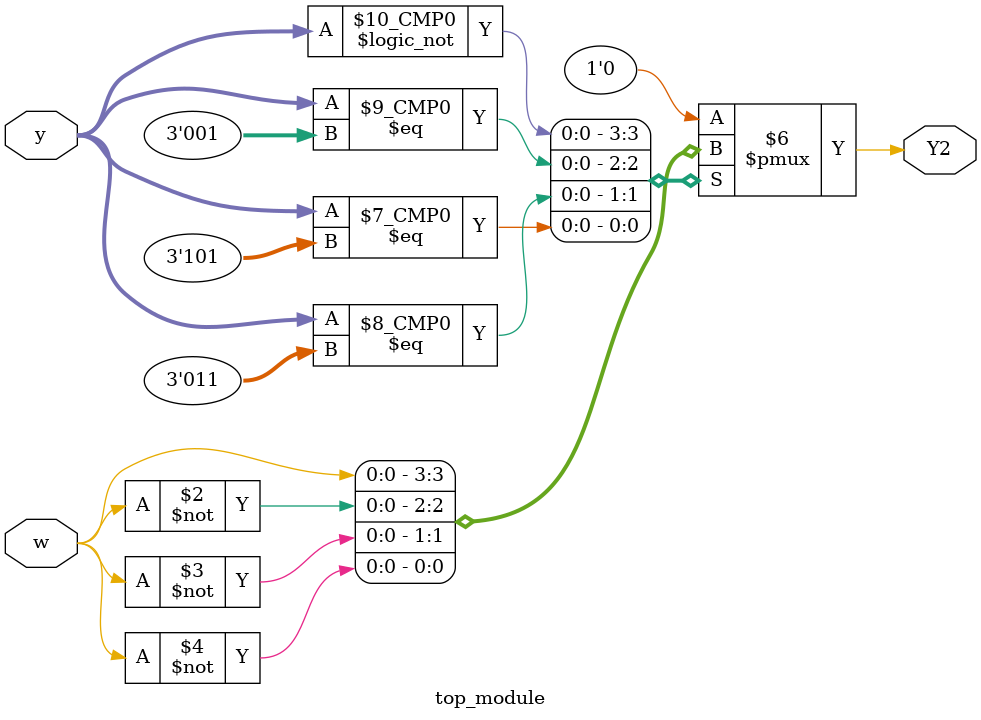
<source format=sv>
module top_module(
    input [3:1] y,
    input w,
    output reg Y2
);

always @(*) begin
    case (y)
        3'b000: Y2 = w;
        3'b001: Y2 = ~w;
        3'b010: Y2 = 1'b0;
        3'b011: Y2 = ~w;
        3'b100: Y2 = 1'b0;
        3'b101: Y2 = ~w;
        default: Y2 = 1'b0;
    endcase
end

endmodule

</source>
